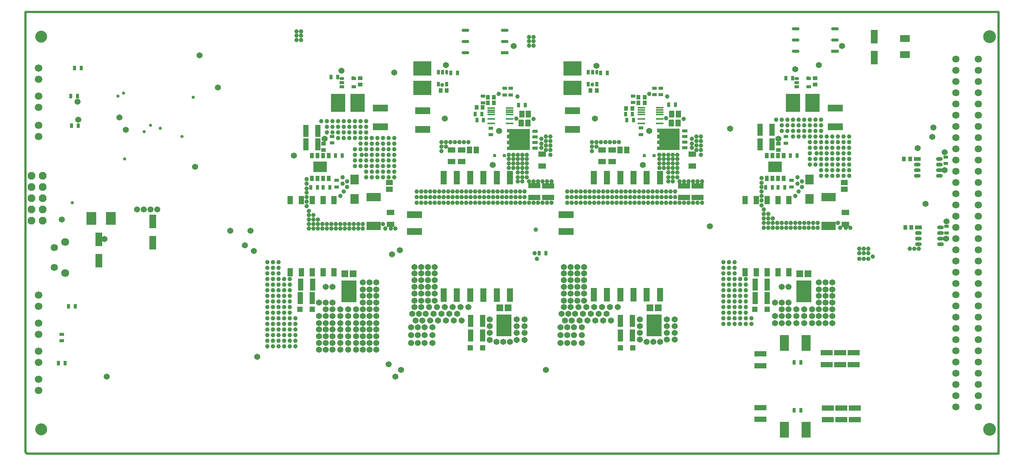
<source format=gts>
G04 Layer_Color=8388736*
%FSLAX42Y42*%
%MOMM*%
G71*
G01*
G75*
%ADD50C,0.50*%
%ADD86R,2.70X1.20*%
%ADD87O,1.75X0.75*%
%ADD88R,1.75X0.75*%
%ADD89R,1.80X1.20*%
%ADD90R,1.52X3.12*%
%ADD91O,1.50X0.90*%
%ADD92R,1.50X0.90*%
%ADD93R,1.00X0.80*%
%ADD94R,0.90X1.00*%
%ADD95R,0.80X1.00*%
%ADD96R,1.20X2.70*%
%ADD97R,3.10X2.36*%
%ADD98R,0.86X1.24*%
%ADD99R,1.90X2.20*%
%ADD100R,1.27X1.98*%
%ADD101R,1.30X1.30*%
%ADD102R,3.20X4.10*%
%ADD103R,1.49X1.50*%
%ADD104R,3.46X4.96*%
%ADD105R,3.30X1.90*%
%ADD106R,1.50X1.20*%
%ADD107R,3.40X1.65*%
%ADD108R,1.10X0.65*%
%ADD109O,1.10X0.65*%
%ADD110R,1.00X0.90*%
%ADD111R,3.40X1.50*%
%ADD112R,2.10X3.60*%
%ADD113R,2.28X1.62*%
%ADD114R,4.10X3.20*%
%ADD115R,0.65X1.10*%
%ADD116O,0.65X1.10*%
%ADD117R,1.20X1.50*%
%ADD118O,1.75X0.40*%
%ADD119R,1.37X3.15*%
%ADD120R,1.30X0.75*%
%ADD121R,0.70X0.70*%
%ADD122R,2.26X2.84*%
%ADD123C,1.63*%
%ADD124C,2.90*%
G04:AMPARAMS|DCode=125|XSize=1.68mm|YSize=1.68mm|CornerRadius=0mm|HoleSize=0mm|Usage=FLASHONLY|Rotation=90.000|XOffset=0mm|YOffset=0mm|HoleType=Round|Shape=Octagon|*
%AMOCTAGOND125*
4,1,8,0.42,0.84,-0.42,0.84,-0.84,0.42,-0.84,-0.42,-0.42,-0.84,0.42,-0.84,0.84,-0.42,0.84,0.42,0.42,0.84,0.0*
%
%ADD125OCTAGOND125*%

%ADD126C,1.70*%
%ADD127C,1.80*%
%ADD128C,2.70*%
%ADD129C,1.00*%
%ADD130C,1.37*%
%ADD131C,0.74*%
%ADD132C,0.86*%
G36*
X16989Y8357D02*
X16990Y8357D01*
X16991Y8357D01*
X16992Y8356D01*
X16992Y8355D01*
X16993Y8354D01*
X16993Y8353D01*
X16993Y8352D01*
Y7882D01*
X16993Y7881D01*
X16993Y7880D01*
X16992Y7880D01*
X16992Y7879D01*
X16991Y7878D01*
X16990Y7878D01*
X16989Y7877D01*
X16988Y7877D01*
X16488D01*
X16487Y7877D01*
X16486Y7878D01*
X16485Y7878D01*
X16485Y7879D01*
X16484Y7880D01*
X16483Y7880D01*
X16483Y7881D01*
X16483Y7882D01*
Y7952D01*
X16483Y7953D01*
X16483Y7954D01*
X16484Y7955D01*
X16485Y7956D01*
X16485Y7957D01*
X16486Y7957D01*
X16487Y7957D01*
X16488Y7958D01*
X16533D01*
Y8011D01*
X16488D01*
X16487Y8011D01*
X16486Y8011D01*
X16485Y8012D01*
X16485Y8012D01*
X16484Y8013D01*
X16483Y8014D01*
X16483Y8015D01*
X16483Y8016D01*
Y8086D01*
X16483Y8087D01*
X16483Y8088D01*
X16484Y8089D01*
X16485Y8090D01*
X16485Y8090D01*
X16486Y8091D01*
X16487Y8091D01*
X16488Y8091D01*
X16533D01*
Y8144D01*
X16488D01*
X16487Y8144D01*
X16486Y8144D01*
X16485Y8145D01*
X16485Y8145D01*
X16484Y8146D01*
X16483Y8147D01*
X16483Y8148D01*
X16483Y8149D01*
Y8219D01*
X16483Y8220D01*
X16483Y8221D01*
X16484Y8222D01*
X16485Y8223D01*
X16485Y8223D01*
X16486Y8224D01*
X16487Y8224D01*
X16488Y8224D01*
X16533D01*
Y8277D01*
X16488D01*
X16487Y8277D01*
X16486Y8278D01*
X16485Y8278D01*
X16485Y8279D01*
X16484Y8280D01*
X16483Y8280D01*
X16483Y8281D01*
X16483Y8282D01*
Y8352D01*
X16483Y8353D01*
X16483Y8354D01*
X16484Y8355D01*
X16485Y8356D01*
X16485Y8357D01*
X16486Y8357D01*
X16487Y8357D01*
X16488Y8358D01*
X16988D01*
X16989Y8357D01*
D02*
G37*
G36*
X13598Y8355D02*
X13599Y8354D01*
X13599Y8354D01*
X13600Y8353D01*
X13601Y8352D01*
X13601Y8352D01*
X13602Y8351D01*
X13602Y8350D01*
Y7880D01*
X13602Y7879D01*
X13601Y7878D01*
X13601Y7877D01*
X13600Y7876D01*
X13599Y7875D01*
X13599Y7875D01*
X13598Y7875D01*
X13597Y7874D01*
X13097D01*
X13096Y7875D01*
X13095Y7875D01*
X13094Y7875D01*
X13093Y7876D01*
X13092Y7877D01*
X13092Y7878D01*
X13092Y7879D01*
X13091Y7880D01*
Y7950D01*
X13092Y7951D01*
X13092Y7952D01*
X13092Y7952D01*
X13093Y7953D01*
X13094Y7954D01*
X13095Y7954D01*
X13096Y7955D01*
X13097Y7955D01*
X13141D01*
Y8008D01*
X13097D01*
X13096Y8008D01*
X13095Y8008D01*
X13094Y8009D01*
X13093Y8009D01*
X13092Y8010D01*
X13092Y8011D01*
X13092Y8012D01*
X13091Y8013D01*
Y8083D01*
X13092Y8084D01*
X13092Y8085D01*
X13092Y8086D01*
X13093Y8087D01*
X13094Y8087D01*
X13095Y8088D01*
X13096Y8088D01*
X13097Y8088D01*
X13141D01*
Y8141D01*
X13097D01*
X13096Y8141D01*
X13095Y8141D01*
X13094Y8142D01*
X13093Y8142D01*
X13092Y8143D01*
X13092Y8144D01*
X13092Y8145D01*
X13091Y8146D01*
Y8216D01*
X13092Y8217D01*
X13092Y8218D01*
X13092Y8219D01*
X13093Y8220D01*
X13094Y8220D01*
X13095Y8221D01*
X13096Y8221D01*
X13097Y8221D01*
X13141D01*
Y8274D01*
X13097D01*
X13096Y8275D01*
X13095Y8275D01*
X13094Y8275D01*
X13093Y8276D01*
X13092Y8277D01*
X13092Y8278D01*
X13092Y8279D01*
X13091Y8280D01*
Y8350D01*
X13092Y8351D01*
X13092Y8352D01*
X13092Y8352D01*
X13093Y8353D01*
X13094Y8354D01*
X13095Y8354D01*
X13096Y8355D01*
X13097Y8355D01*
X13597D01*
X13598Y8355D01*
D02*
G37*
D50*
X2202Y11000D02*
X24206Y11000D01*
X2200Y1041D02*
Y10998D01*
Y1035D02*
Y1041D01*
Y1035D02*
X2235Y1000D01*
X17297D01*
X24206Y1000D01*
X24206Y11000D01*
D86*
X14020Y7069D02*
D03*
Y6799D02*
D03*
X17399Y7069D02*
D03*
Y6799D02*
D03*
X18821Y3260D02*
D03*
Y2990D02*
D03*
X20320Y3285D02*
D03*
Y3015D02*
D03*
X20625Y3285D02*
D03*
Y3015D02*
D03*
X20930Y3285D02*
D03*
Y3015D02*
D03*
X18821Y2048D02*
D03*
Y1778D02*
D03*
X20345Y2040D02*
D03*
Y1770D02*
D03*
X20650Y2040D02*
D03*
Y1770D02*
D03*
X20955Y2040D02*
D03*
Y1770D02*
D03*
X13703Y7074D02*
D03*
Y6804D02*
D03*
X17094Y7069D02*
D03*
Y6799D02*
D03*
D87*
X19615Y10620D02*
D03*
Y10366D02*
D03*
Y10112D02*
D03*
X20505Y10620D02*
D03*
Y10366D02*
D03*
X12148Y10589D02*
D03*
Y10335D02*
D03*
Y10081D02*
D03*
X13038Y10589D02*
D03*
Y10335D02*
D03*
D88*
X20505Y10112D02*
D03*
X13038Y10081D02*
D03*
D89*
X15240Y7882D02*
D03*
Y7612D02*
D03*
X11836Y7882D02*
D03*
Y7612D02*
D03*
X10453Y6466D02*
D03*
Y6196D02*
D03*
X20740Y6466D02*
D03*
Y6196D02*
D03*
X12065Y7882D02*
D03*
Y7612D02*
D03*
X13885Y7781D02*
D03*
Y7511D02*
D03*
X17277Y7783D02*
D03*
Y7513D02*
D03*
X15469Y7882D02*
D03*
Y7612D02*
D03*
D90*
X5080Y5780D02*
D03*
Y6261D02*
D03*
X3861Y5373D02*
D03*
Y5855D02*
D03*
X21389Y9966D02*
D03*
Y10447D02*
D03*
D91*
X22864Y7294D02*
D03*
Y7421D02*
D03*
Y7548D02*
D03*
Y7675D02*
D03*
X22364Y7294D02*
D03*
Y7421D02*
D03*
Y7548D02*
D03*
X22891Y5747D02*
D03*
Y5874D02*
D03*
Y6001D02*
D03*
Y6128D02*
D03*
X22391Y5747D02*
D03*
Y5874D02*
D03*
Y6001D02*
D03*
D92*
X22364Y7675D02*
D03*
X22391Y6128D02*
D03*
D93*
X23012Y7720D02*
D03*
Y7570D02*
D03*
X23026Y6002D02*
D03*
Y6152D02*
D03*
X9131Y8035D02*
D03*
Y8185D02*
D03*
X9234Y7043D02*
D03*
Y7193D02*
D03*
X19395Y8033D02*
D03*
Y8183D02*
D03*
X19521Y7043D02*
D03*
Y7193D02*
D03*
X3023Y3707D02*
D03*
Y3557D02*
D03*
X13175Y9124D02*
D03*
Y9274D02*
D03*
X13035Y9274D02*
D03*
Y9124D02*
D03*
X12547Y8947D02*
D03*
Y9097D02*
D03*
X12725Y8223D02*
D03*
Y8373D02*
D03*
X16116Y8226D02*
D03*
Y8376D02*
D03*
X15938Y8950D02*
D03*
Y9100D02*
D03*
X16427Y9277D02*
D03*
Y9127D02*
D03*
X16566Y9127D02*
D03*
Y9277D02*
D03*
D94*
X22093Y6128D02*
D03*
X22233D02*
D03*
X22065Y7675D02*
D03*
X22205D02*
D03*
X11587Y9220D02*
D03*
X11727D02*
D03*
X12401Y8839D02*
D03*
X12541D02*
D03*
X12795Y8946D02*
D03*
X12655D02*
D03*
X12795Y9068D02*
D03*
X12655D02*
D03*
X16199D02*
D03*
X16059D02*
D03*
X16199Y8941D02*
D03*
X16059D02*
D03*
X15780Y8814D02*
D03*
X15920D02*
D03*
X14979Y9223D02*
D03*
X15119D02*
D03*
D95*
X3312Y9734D02*
D03*
X3462D02*
D03*
X13969Y5537D02*
D03*
X13819D02*
D03*
X9081Y7034D02*
D03*
X8931D02*
D03*
X9360Y7753D02*
D03*
X9210D02*
D03*
X9108Y9531D02*
D03*
X9258D02*
D03*
X8801Y7034D02*
D03*
X8651D02*
D03*
X19368D02*
D03*
X19218D02*
D03*
X19647Y7753D02*
D03*
X19497D02*
D03*
X19395Y9506D02*
D03*
X19545D02*
D03*
X19088Y7034D02*
D03*
X18938D02*
D03*
X19735Y3073D02*
D03*
X19585D02*
D03*
X19735Y1981D02*
D03*
X19585D02*
D03*
X2948Y3048D02*
D03*
X3098D02*
D03*
X3176Y4343D02*
D03*
X3326D02*
D03*
X3227Y9098D02*
D03*
X3377D02*
D03*
X3240Y8428D02*
D03*
X3390D02*
D03*
X11967Y9622D02*
D03*
X11817D02*
D03*
X13352Y8896D02*
D03*
X13502D02*
D03*
X12408Y8552D02*
D03*
X12558D02*
D03*
X12521Y8687D02*
D03*
X12371D02*
D03*
X15925D02*
D03*
X15775D02*
D03*
X15800Y8555D02*
D03*
X15950D02*
D03*
X16744Y8899D02*
D03*
X16894D02*
D03*
X15358Y9625D02*
D03*
X15208D02*
D03*
D96*
X8540Y8007D02*
D03*
X8810D02*
D03*
X8695Y4826D02*
D03*
X8425D02*
D03*
X8683Y4528D02*
D03*
X8413D02*
D03*
X18813Y8001D02*
D03*
X19083D02*
D03*
X18970Y4832D02*
D03*
X18700D02*
D03*
X18970Y4528D02*
D03*
X18700D02*
D03*
X12263Y3676D02*
D03*
X12533D02*
D03*
X12263Y4006D02*
D03*
X12533D02*
D03*
X15655Y4009D02*
D03*
X15925D02*
D03*
X15655Y3679D02*
D03*
X15925D02*
D03*
X19083Y8331D02*
D03*
X18813D02*
D03*
X8810Y8306D02*
D03*
X8540D02*
D03*
D97*
X8866Y7493D02*
D03*
X19153D02*
D03*
D98*
X8675Y7233D02*
D03*
X8802D02*
D03*
X8929D02*
D03*
X9056D02*
D03*
X8675Y7753D02*
D03*
X8802D02*
D03*
X8929D02*
D03*
X9056D02*
D03*
X18962Y7233D02*
D03*
X19089D02*
D03*
X19216D02*
D03*
X19343D02*
D03*
X18962Y7753D02*
D03*
X19089D02*
D03*
X19216D02*
D03*
X19343D02*
D03*
D99*
X9641Y6771D02*
D03*
Y7211D02*
D03*
X19928Y6771D02*
D03*
Y7211D02*
D03*
D100*
X9179Y5108D02*
D03*
X8931D02*
D03*
X8683D02*
D03*
X8435D02*
D03*
X8187D02*
D03*
X9179Y6744D02*
D03*
X8931D02*
D03*
X8683D02*
D03*
X8435D02*
D03*
X8187D02*
D03*
X19466Y5108D02*
D03*
X19218D02*
D03*
X18970D02*
D03*
X18722D02*
D03*
X18474D02*
D03*
X19466Y6744D02*
D03*
X19218D02*
D03*
X18970D02*
D03*
X18722D02*
D03*
X18474D02*
D03*
D101*
X8408Y4274D02*
D03*
X8688D02*
D03*
X18695D02*
D03*
X18975D02*
D03*
X12258Y3397D02*
D03*
X12538D02*
D03*
X15650Y3399D02*
D03*
X15930D02*
D03*
D102*
X9268Y8947D02*
D03*
X9708D02*
D03*
X19555D02*
D03*
X19995D02*
D03*
D103*
X9422Y5078D02*
D03*
X9606D02*
D03*
X19709D02*
D03*
X19893D02*
D03*
X12929Y4303D02*
D03*
X13113D02*
D03*
X16320Y4306D02*
D03*
X16504D02*
D03*
D104*
X9514Y4680D02*
D03*
X19801D02*
D03*
X13021Y3905D02*
D03*
X16412Y3908D02*
D03*
D105*
X10072Y6158D02*
D03*
Y6808D02*
D03*
X20359Y6158D02*
D03*
Y6808D02*
D03*
D106*
X10428Y7143D02*
D03*
Y6993D02*
D03*
X20715Y7143D02*
D03*
Y6993D02*
D03*
D107*
X10225Y8827D02*
D03*
Y8407D02*
D03*
X20512Y8827D02*
D03*
Y8407D02*
D03*
X11179Y8763D02*
D03*
Y8343D02*
D03*
X14571Y8766D02*
D03*
Y8346D02*
D03*
D108*
X9623Y9309D02*
D03*
Y9499D02*
D03*
X9353Y9309D02*
D03*
Y9404D02*
D03*
X19910Y9309D02*
D03*
Y9499D02*
D03*
X19640Y9309D02*
D03*
Y9404D02*
D03*
D109*
X9353Y9499D02*
D03*
X19640D02*
D03*
D110*
X8941Y7880D02*
D03*
Y8020D02*
D03*
X9768Y9360D02*
D03*
Y9500D02*
D03*
X19228Y7880D02*
D03*
Y8020D02*
D03*
X20055Y9360D02*
D03*
Y9500D02*
D03*
D111*
X10998Y6033D02*
D03*
Y6413D02*
D03*
X14427Y6033D02*
D03*
Y6413D02*
D03*
D112*
X19854Y3505D02*
D03*
X19364D02*
D03*
X19854Y1549D02*
D03*
X19364D02*
D03*
D113*
X22090Y10037D02*
D03*
Y10405D02*
D03*
D114*
X11175Y9720D02*
D03*
Y9280D02*
D03*
X14566Y9722D02*
D03*
Y9282D02*
D03*
D115*
X11537Y9365D02*
D03*
X11727D02*
D03*
X11537Y9635D02*
D03*
X11632D02*
D03*
X14928Y9367D02*
D03*
X15118D02*
D03*
X14928Y9637D02*
D03*
X15023D02*
D03*
D116*
X11727Y9635D02*
D03*
X15118Y9637D02*
D03*
D117*
X13561Y8484D02*
D03*
X13411D02*
D03*
X12394Y7874D02*
D03*
X12244D02*
D03*
X13574Y8692D02*
D03*
X13424D02*
D03*
X16966Y8695D02*
D03*
X16816D02*
D03*
X15798Y7874D02*
D03*
X15648D02*
D03*
X16953Y8486D02*
D03*
X16803D02*
D03*
D118*
X12733Y8829D02*
D03*
Y8779D02*
D03*
Y8729D02*
D03*
Y8679D02*
D03*
Y8579D02*
D03*
Y8479D02*
D03*
X13148Y8829D02*
D03*
Y8779D02*
D03*
Y8729D02*
D03*
Y8679D02*
D03*
Y8579D02*
D03*
Y8479D02*
D03*
X16125Y8832D02*
D03*
Y8782D02*
D03*
Y8732D02*
D03*
Y8682D02*
D03*
Y8582D02*
D03*
Y8482D02*
D03*
X16540Y8832D02*
D03*
Y8782D02*
D03*
Y8732D02*
D03*
Y8682D02*
D03*
Y8582D02*
D03*
Y8482D02*
D03*
D119*
X11657Y4597D02*
D03*
X11957D02*
D03*
X12257D02*
D03*
X12557D02*
D03*
X12857D02*
D03*
X13157D02*
D03*
X11657Y7249D02*
D03*
X11957D02*
D03*
X12257D02*
D03*
X12557D02*
D03*
X12857D02*
D03*
X13157D02*
D03*
X15049Y4600D02*
D03*
X15349D02*
D03*
X15649D02*
D03*
X15949D02*
D03*
X16249D02*
D03*
X16549D02*
D03*
X15049Y7252D02*
D03*
X15349D02*
D03*
X15649D02*
D03*
X15949D02*
D03*
X16249D02*
D03*
X16549D02*
D03*
D120*
X13722Y7924D02*
D03*
Y8051D02*
D03*
Y8178D02*
D03*
Y8305D02*
D03*
X13160Y8315D02*
D03*
Y8181D02*
D03*
Y8049D02*
D03*
Y7914D02*
D03*
X17113Y7927D02*
D03*
Y8054D02*
D03*
Y8181D02*
D03*
Y8308D02*
D03*
X16551Y8318D02*
D03*
Y8183D02*
D03*
Y8051D02*
D03*
Y7917D02*
D03*
D121*
X13025Y7748D02*
D03*
X12805D02*
D03*
X16417Y7750D02*
D03*
X16197D02*
D03*
D122*
X3691Y6325D02*
D03*
X4133D02*
D03*
D123*
X23749Y9937D02*
D03*
Y9683D02*
D03*
Y9429D02*
D03*
Y9175D02*
D03*
Y8921D02*
D03*
Y8667D02*
D03*
Y8413D02*
D03*
Y8159D02*
D03*
Y7905D02*
D03*
Y7651D02*
D03*
Y7397D02*
D03*
Y7143D02*
D03*
Y6889D02*
D03*
Y6635D02*
D03*
Y6381D02*
D03*
Y6127D02*
D03*
Y5873D02*
D03*
Y5619D02*
D03*
Y5365D02*
D03*
Y5111D02*
D03*
Y4857D02*
D03*
Y4603D02*
D03*
Y4349D02*
D03*
Y4095D02*
D03*
Y3841D02*
D03*
Y3587D02*
D03*
Y3333D02*
D03*
Y3079D02*
D03*
Y2825D02*
D03*
Y2571D02*
D03*
Y2317D02*
D03*
Y2063D02*
D03*
X23241Y9937D02*
D03*
Y9683D02*
D03*
Y9429D02*
D03*
Y9175D02*
D03*
Y8921D02*
D03*
Y8667D02*
D03*
Y8413D02*
D03*
Y8159D02*
D03*
Y7905D02*
D03*
Y7651D02*
D03*
Y7397D02*
D03*
Y7143D02*
D03*
Y6889D02*
D03*
Y6635D02*
D03*
Y6381D02*
D03*
Y6127D02*
D03*
Y5873D02*
D03*
Y5619D02*
D03*
Y5365D02*
D03*
Y5111D02*
D03*
Y4857D02*
D03*
Y4603D02*
D03*
Y4349D02*
D03*
Y4095D02*
D03*
Y3841D02*
D03*
Y3587D02*
D03*
Y3333D02*
D03*
Y3079D02*
D03*
Y2825D02*
D03*
Y2571D02*
D03*
Y2317D02*
D03*
Y2063D02*
D03*
X2847Y5219D02*
D03*
Y5669D02*
D03*
D124*
X24003Y10445D02*
D03*
Y1555D02*
D03*
D125*
X2337Y7290D02*
D03*
X2591D02*
D03*
Y7036D02*
D03*
X2337D02*
D03*
Y6782D02*
D03*
X2591D02*
D03*
X2337Y6528D02*
D03*
X2591D02*
D03*
X2337Y6274D02*
D03*
X2591D02*
D03*
D126*
X2492Y2692D02*
D03*
Y2438D02*
D03*
Y3327D02*
D03*
Y3073D02*
D03*
Y3962D02*
D03*
Y3708D02*
D03*
Y4597D02*
D03*
Y4343D02*
D03*
Y9093D02*
D03*
Y8839D02*
D03*
Y8433D02*
D03*
Y8179D02*
D03*
Y9474D02*
D03*
Y9728D02*
D03*
D127*
X3096Y5794D02*
D03*
Y5093D02*
D03*
D128*
X2557Y10444D02*
D03*
Y1555D02*
D03*
D129*
X17501Y7163D02*
D03*
X8331Y10566D02*
D03*
Y10465D02*
D03*
Y10363D02*
D03*
X8433D02*
D03*
Y10465D02*
D03*
Y10566D02*
D03*
X13691Y10236D02*
D03*
Y10338D02*
D03*
Y10439D02*
D03*
X13589Y10338D02*
D03*
Y10439D02*
D03*
Y10236D02*
D03*
X22200Y5639D02*
D03*
X22301D02*
D03*
X22403D02*
D03*
X20752Y6121D02*
D03*
X16891Y6807D02*
D03*
Y6934D02*
D03*
X16383Y6807D02*
D03*
X16485D02*
D03*
X16586D02*
D03*
X16688D02*
D03*
X16789D02*
D03*
X15773D02*
D03*
X15875D02*
D03*
X15977D02*
D03*
X16078D02*
D03*
X16180D02*
D03*
X16281D02*
D03*
X15164D02*
D03*
X15265D02*
D03*
X15367D02*
D03*
X15469D02*
D03*
X15570D02*
D03*
X15672D02*
D03*
X14961D02*
D03*
X15062D02*
D03*
X14859D02*
D03*
X14757D02*
D03*
X14656D02*
D03*
X14554D02*
D03*
X14453D02*
D03*
X16383Y6934D02*
D03*
X16485D02*
D03*
X16586D02*
D03*
X16688D02*
D03*
X16789D02*
D03*
X15773D02*
D03*
X15875D02*
D03*
X15977D02*
D03*
X16078D02*
D03*
X16180D02*
D03*
X16281D02*
D03*
X15164D02*
D03*
X15265D02*
D03*
X15367D02*
D03*
X15469D02*
D03*
X15570D02*
D03*
X15672D02*
D03*
X14961D02*
D03*
X15062D02*
D03*
X14859D02*
D03*
X14757D02*
D03*
X14656D02*
D03*
X14554D02*
D03*
X14453D02*
D03*
X11049D02*
D03*
X11151D02*
D03*
X11252D02*
D03*
X11354D02*
D03*
X11455D02*
D03*
X11659D02*
D03*
X11557D02*
D03*
X12268D02*
D03*
X12167D02*
D03*
X12065D02*
D03*
X11963D02*
D03*
X11862D02*
D03*
X11760D02*
D03*
X12878D02*
D03*
X12776D02*
D03*
X12675D02*
D03*
X12573D02*
D03*
X12471D02*
D03*
X12370D02*
D03*
X13487D02*
D03*
X13386D02*
D03*
X13284D02*
D03*
X13183D02*
D03*
X13081D02*
D03*
X12979D02*
D03*
X11049Y6807D02*
D03*
X11151D02*
D03*
X11252D02*
D03*
X11354D02*
D03*
X11455D02*
D03*
X11659D02*
D03*
X11557D02*
D03*
X12268D02*
D03*
X12167D02*
D03*
X12065D02*
D03*
X11963D02*
D03*
X11862D02*
D03*
X11760D02*
D03*
X12878D02*
D03*
X12776D02*
D03*
X12675D02*
D03*
X12573D02*
D03*
X12471D02*
D03*
X12370D02*
D03*
X13487D02*
D03*
X13386D02*
D03*
X13284D02*
D03*
X13183D02*
D03*
X13081D02*
D03*
X12979D02*
D03*
X13767Y5410D02*
D03*
X13716Y5537D02*
D03*
X13741Y6071D02*
D03*
X21361Y5461D02*
D03*
X21260Y5639D02*
D03*
Y5537D02*
D03*
Y5410D02*
D03*
X21158D02*
D03*
Y5537D02*
D03*
Y5639D02*
D03*
X21057Y5410D02*
D03*
Y5537D02*
D03*
Y5639D02*
D03*
X9322Y6833D02*
D03*
X9398Y6934D02*
D03*
X9474Y7036D02*
D03*
Y7163D02*
D03*
X9373Y7264D02*
D03*
Y7112D02*
D03*
X19660D02*
D03*
Y7264D02*
D03*
X19761Y7163D02*
D03*
Y7036D02*
D03*
X19685Y6934D02*
D03*
X19609Y6833D02*
D03*
X20853Y6121D02*
D03*
X20625D02*
D03*
X20117D02*
D03*
Y6223D02*
D03*
X20015D02*
D03*
Y6121D02*
D03*
X19914D02*
D03*
Y6223D02*
D03*
X19812Y6121D02*
D03*
Y6223D02*
D03*
X19710D02*
D03*
Y6121D02*
D03*
X19609D02*
D03*
Y6223D02*
D03*
X19507D02*
D03*
Y6121D02*
D03*
X19406D02*
D03*
Y6223D02*
D03*
X19304D02*
D03*
Y6121D02*
D03*
X19202D02*
D03*
Y6223D02*
D03*
X19101Y6121D02*
D03*
Y6223D02*
D03*
X18999D02*
D03*
Y6121D02*
D03*
X18898D02*
D03*
Y6223D02*
D03*
X19101Y6325D02*
D03*
X18999Y6426D02*
D03*
Y6325D02*
D03*
X18898D02*
D03*
Y6426D02*
D03*
Y6528D02*
D03*
X18847Y6629D02*
D03*
Y6731D02*
D03*
Y6833D02*
D03*
Y6934D02*
D03*
Y7036D02*
D03*
Y7137D02*
D03*
Y7239D02*
D03*
X20574Y6223D02*
D03*
X20193Y8560D02*
D03*
X20066D02*
D03*
X19939D02*
D03*
X20193Y8433D02*
D03*
X20066D02*
D03*
X19939D02*
D03*
Y8306D02*
D03*
X20066D02*
D03*
X20193D02*
D03*
X19939Y8179D02*
D03*
X20066D02*
D03*
X20193D02*
D03*
X20320D02*
D03*
X20447D02*
D03*
X20574D02*
D03*
X20701D02*
D03*
X20828D02*
D03*
X19939Y8052D02*
D03*
X20066D02*
D03*
X20193D02*
D03*
X20320D02*
D03*
X20447D02*
D03*
X20574D02*
D03*
X20701D02*
D03*
X20828D02*
D03*
Y7925D02*
D03*
X19939D02*
D03*
Y7798D02*
D03*
Y7671D02*
D03*
Y7544D02*
D03*
X20066Y7925D02*
D03*
X20193D02*
D03*
X20320D02*
D03*
X20447D02*
D03*
X20577D02*
D03*
X20701D02*
D03*
X20828Y7798D02*
D03*
X20701D02*
D03*
X20574D02*
D03*
X20447D02*
D03*
X20320D02*
D03*
X20193D02*
D03*
X20091D02*
D03*
X20066Y7671D02*
D03*
Y7544D02*
D03*
X20193D02*
D03*
X20320D02*
D03*
X20447D02*
D03*
X20574D02*
D03*
X20701D02*
D03*
X20828D02*
D03*
Y7671D02*
D03*
X20701D02*
D03*
X20574D02*
D03*
X20447D02*
D03*
X20320D02*
D03*
X20193D02*
D03*
X19685Y8560D02*
D03*
X20828Y7417D02*
D03*
X20701D02*
D03*
X20574D02*
D03*
X20447D02*
D03*
X20320D02*
D03*
X20193D02*
D03*
Y7290D02*
D03*
X20320D02*
D03*
X20447D02*
D03*
X20574D02*
D03*
X20701D02*
D03*
X20828D02*
D03*
X19812Y8306D02*
D03*
Y8179D02*
D03*
Y8433D02*
D03*
Y8560D02*
D03*
X17983Y5334D02*
D03*
Y5207D02*
D03*
Y5080D02*
D03*
Y4953D02*
D03*
Y4826D02*
D03*
Y4699D02*
D03*
Y4572D02*
D03*
Y4445D02*
D03*
Y4318D02*
D03*
X18110D02*
D03*
Y4445D02*
D03*
Y4572D02*
D03*
Y4699D02*
D03*
Y4826D02*
D03*
Y4953D02*
D03*
Y5080D02*
D03*
Y5207D02*
D03*
Y5334D02*
D03*
X18237Y4318D02*
D03*
Y4445D02*
D03*
Y4572D02*
D03*
Y4699D02*
D03*
Y4826D02*
D03*
Y4953D02*
D03*
Y5080D02*
D03*
Y5207D02*
D03*
Y5334D02*
D03*
X17983Y3937D02*
D03*
Y4064D02*
D03*
Y4191D02*
D03*
X18110D02*
D03*
Y4064D02*
D03*
Y3937D02*
D03*
X18237Y4191D02*
D03*
Y4064D02*
D03*
Y3937D02*
D03*
X18364Y4953D02*
D03*
Y4826D02*
D03*
Y4699D02*
D03*
Y4572D02*
D03*
Y4445D02*
D03*
Y4318D02*
D03*
Y4191D02*
D03*
X18491Y4953D02*
D03*
Y4826D02*
D03*
Y4699D02*
D03*
Y4572D02*
D03*
Y4445D02*
D03*
Y4318D02*
D03*
Y4191D02*
D03*
X18618Y3937D02*
D03*
Y4064D02*
D03*
X18491Y3937D02*
D03*
Y4064D02*
D03*
X18364D02*
D03*
Y3937D02*
D03*
X8052Y3429D02*
D03*
Y3556D02*
D03*
Y3683D02*
D03*
Y3810D02*
D03*
Y3937D02*
D03*
Y4064D02*
D03*
X8179D02*
D03*
Y3937D02*
D03*
Y3810D02*
D03*
Y3683D02*
D03*
Y3556D02*
D03*
Y3429D02*
D03*
X8306Y4064D02*
D03*
Y3937D02*
D03*
Y3810D02*
D03*
Y3683D02*
D03*
Y3556D02*
D03*
Y3429D02*
D03*
X8179Y4191D02*
D03*
Y4318D02*
D03*
Y4445D02*
D03*
Y4572D02*
D03*
Y4699D02*
D03*
Y4826D02*
D03*
Y4953D02*
D03*
X8052Y4191D02*
D03*
Y4318D02*
D03*
Y4445D02*
D03*
Y4572D02*
D03*
Y4699D02*
D03*
Y4826D02*
D03*
Y4953D02*
D03*
X7925Y3429D02*
D03*
Y3556D02*
D03*
Y3683D02*
D03*
Y3810D02*
D03*
Y3937D02*
D03*
Y4064D02*
D03*
Y4191D02*
D03*
X7798Y3429D02*
D03*
Y3556D02*
D03*
Y3683D02*
D03*
Y3810D02*
D03*
Y3937D02*
D03*
Y4064D02*
D03*
Y4191D02*
D03*
X7671D02*
D03*
Y4064D02*
D03*
Y3937D02*
D03*
Y3810D02*
D03*
Y3683D02*
D03*
Y3556D02*
D03*
Y3429D02*
D03*
X7925Y5334D02*
D03*
Y5207D02*
D03*
Y5080D02*
D03*
Y4953D02*
D03*
Y4826D02*
D03*
Y4699D02*
D03*
Y4572D02*
D03*
Y4445D02*
D03*
Y4318D02*
D03*
X7798Y5334D02*
D03*
Y5207D02*
D03*
Y5080D02*
D03*
Y4953D02*
D03*
Y4826D02*
D03*
Y4699D02*
D03*
Y4572D02*
D03*
Y4445D02*
D03*
Y4318D02*
D03*
X7671D02*
D03*
Y4445D02*
D03*
Y4572D02*
D03*
Y4699D02*
D03*
Y4826D02*
D03*
Y4953D02*
D03*
Y5080D02*
D03*
Y5207D02*
D03*
Y5334D02*
D03*
X9525Y8534D02*
D03*
Y8280D02*
D03*
Y8153D02*
D03*
Y8407D02*
D03*
X10541Y7264D02*
D03*
X10414D02*
D03*
X10287D02*
D03*
X10160D02*
D03*
X10033D02*
D03*
X9906D02*
D03*
Y7391D02*
D03*
X10033D02*
D03*
X10160D02*
D03*
X10287D02*
D03*
X10414D02*
D03*
X10541D02*
D03*
X16307Y9144D02*
D03*
X9398Y8534D02*
D03*
X9906Y7645D02*
D03*
X10033D02*
D03*
X10160D02*
D03*
X10287D02*
D03*
X10414D02*
D03*
X10541D02*
D03*
Y7518D02*
D03*
X10414D02*
D03*
X10287D02*
D03*
X10160D02*
D03*
X10033D02*
D03*
X9906D02*
D03*
X9779D02*
D03*
Y7645D02*
D03*
X9804Y7772D02*
D03*
X9906D02*
D03*
X10033D02*
D03*
X10160D02*
D03*
X10287D02*
D03*
X10414D02*
D03*
X10541D02*
D03*
X10414Y7899D02*
D03*
X10290Y7897D02*
D03*
X10160Y7899D02*
D03*
X10033D02*
D03*
X9906D02*
D03*
X9779D02*
D03*
X9652Y7518D02*
D03*
Y7645D02*
D03*
Y7772D02*
D03*
Y7899D02*
D03*
X10541D02*
D03*
Y8026D02*
D03*
X10414D02*
D03*
X10287D02*
D03*
X10160D02*
D03*
X10033D02*
D03*
X9906D02*
D03*
X9779D02*
D03*
X10541Y8153D02*
D03*
X10414D02*
D03*
X10287D02*
D03*
X10160D02*
D03*
X10033D02*
D03*
X9906D02*
D03*
X9779D02*
D03*
X9652D02*
D03*
X9906Y8280D02*
D03*
X9779D02*
D03*
X9652D02*
D03*
Y8407D02*
D03*
X9779D02*
D03*
X9906D02*
D03*
X9652Y8534D02*
D03*
X9779D02*
D03*
X9906D02*
D03*
X10465Y6096D02*
D03*
X10287Y6198D02*
D03*
X8560Y7214D02*
D03*
Y7112D02*
D03*
Y7010D02*
D03*
Y6909D02*
D03*
Y6807D02*
D03*
Y6706D02*
D03*
Y6604D02*
D03*
X8611Y6502D02*
D03*
Y6401D02*
D03*
Y6299D02*
D03*
X8712D02*
D03*
Y6401D02*
D03*
X8814Y6299D02*
D03*
X8611Y6198D02*
D03*
Y6096D02*
D03*
X8712D02*
D03*
Y6198D02*
D03*
X8814D02*
D03*
Y6096D02*
D03*
X8915Y6198D02*
D03*
Y6096D02*
D03*
X9017D02*
D03*
Y6198D02*
D03*
X9119D02*
D03*
Y6096D02*
D03*
X9220D02*
D03*
Y6198D02*
D03*
X9322D02*
D03*
Y6096D02*
D03*
X9423D02*
D03*
Y6198D02*
D03*
X9525D02*
D03*
Y6096D02*
D03*
X9627Y6198D02*
D03*
Y6096D02*
D03*
X9728D02*
D03*
Y6198D02*
D03*
X9830D02*
D03*
Y6096D02*
D03*
X10338D02*
D03*
X10566D02*
D03*
X16991Y7163D02*
D03*
X17094D02*
D03*
X16840D02*
D03*
X16739D02*
D03*
X16942Y7264D02*
D03*
X16739D02*
D03*
X16840D02*
D03*
X16942Y7366D02*
D03*
X16840D02*
D03*
X16739D02*
D03*
Y7569D02*
D03*
X16840D02*
D03*
X16942D02*
D03*
X16637D02*
D03*
X16535D02*
D03*
Y7474D02*
D03*
X16840D02*
D03*
X16637D02*
D03*
X16739D02*
D03*
X16942D02*
D03*
Y7671D02*
D03*
X17272Y8128D02*
D03*
X17374Y7874D02*
D03*
X17475Y7772D02*
D03*
Y7874D02*
D03*
Y7976D02*
D03*
X17374D02*
D03*
X17272Y7925D02*
D03*
X17475Y8077D02*
D03*
X17374D02*
D03*
X17272Y8026D02*
D03*
X17475Y8179D02*
D03*
X17374D02*
D03*
X17196Y7163D02*
D03*
X17297D02*
D03*
X17399D02*
D03*
X16739Y7671D02*
D03*
X16637D02*
D03*
X16840D02*
D03*
X16535D02*
D03*
Y7772D02*
D03*
X16637D02*
D03*
X16942D02*
D03*
X16840D02*
D03*
X16739D02*
D03*
X14453Y6680D02*
D03*
X14554D02*
D03*
X14656D02*
D03*
X14757D02*
D03*
X14859D02*
D03*
X15062D02*
D03*
X14961D02*
D03*
X15672D02*
D03*
X15570D02*
D03*
X15469D02*
D03*
X15367D02*
D03*
X15265D02*
D03*
X15164D02*
D03*
X16281D02*
D03*
X16180D02*
D03*
X16078D02*
D03*
X15977D02*
D03*
X15875D02*
D03*
X15773D02*
D03*
X16891D02*
D03*
X16789D02*
D03*
X16688D02*
D03*
X16586D02*
D03*
X16485D02*
D03*
X16383D02*
D03*
X16993D02*
D03*
X17094D02*
D03*
X17196D02*
D03*
X17297D02*
D03*
X17399D02*
D03*
X17501D02*
D03*
X16713Y9090D02*
D03*
X16687Y8595D02*
D03*
X17082Y8581D02*
D03*
X12903Y9144D02*
D03*
X13690Y8578D02*
D03*
X13296Y8592D02*
D03*
X13321Y9088D02*
D03*
X13335Y7772D02*
D03*
X13437D02*
D03*
X13538D02*
D03*
X13233D02*
D03*
X13132D02*
D03*
Y7671D02*
D03*
X13437D02*
D03*
X13233D02*
D03*
X13335D02*
D03*
X14097Y7163D02*
D03*
X13995D02*
D03*
X13894D02*
D03*
X13792D02*
D03*
X13970Y8179D02*
D03*
X14072D02*
D03*
X13868Y8026D02*
D03*
X13970Y8077D02*
D03*
X14072D02*
D03*
X13868Y7925D02*
D03*
X13970Y7976D02*
D03*
X14072D02*
D03*
Y7874D02*
D03*
Y7772D02*
D03*
X13970Y7874D02*
D03*
X13868Y8128D02*
D03*
X13538Y7671D02*
D03*
Y7474D02*
D03*
X13335D02*
D03*
X13233D02*
D03*
X13437D02*
D03*
X13132D02*
D03*
Y7569D02*
D03*
X13233D02*
D03*
X13538D02*
D03*
X13437D02*
D03*
X13335D02*
D03*
Y7366D02*
D03*
X13437D02*
D03*
X13538D02*
D03*
X13437Y7264D02*
D03*
X13335D02*
D03*
X13538D02*
D03*
X13335Y7163D02*
D03*
X13437D02*
D03*
X13691D02*
D03*
X13587D02*
D03*
X14097Y6680D02*
D03*
X13995D02*
D03*
X13894D02*
D03*
X13792D02*
D03*
X13691D02*
D03*
X13589D02*
D03*
X11608Y8052D02*
D03*
X11709D02*
D03*
X11608Y7849D02*
D03*
Y7950D02*
D03*
X11811Y8052D02*
D03*
X11913D02*
D03*
X12014D02*
D03*
X12116D02*
D03*
X12217D02*
D03*
X11709Y7950D02*
D03*
X12979Y6680D02*
D03*
X13081D02*
D03*
X13183D02*
D03*
X13284D02*
D03*
X13386D02*
D03*
X13487D02*
D03*
X12370D02*
D03*
X12471D02*
D03*
X12573D02*
D03*
X12675D02*
D03*
X12776D02*
D03*
X12878D02*
D03*
X11760D02*
D03*
X11862D02*
D03*
X11963D02*
D03*
X12065D02*
D03*
X12167D02*
D03*
X12268D02*
D03*
X11557D02*
D03*
X11659D02*
D03*
X11455D02*
D03*
X11354D02*
D03*
X11252D02*
D03*
X11151D02*
D03*
X11049D02*
D03*
X15621Y8052D02*
D03*
X15519D02*
D03*
X15418D02*
D03*
X15316D02*
D03*
X15215D02*
D03*
X15113D02*
D03*
X15011D02*
D03*
Y7950D02*
D03*
Y7849D02*
D03*
X15113Y7950D02*
D03*
X19685Y8433D02*
D03*
Y8306D02*
D03*
Y8179D02*
D03*
X19558D02*
D03*
Y8306D02*
D03*
Y8433D02*
D03*
Y8560D02*
D03*
X19431D02*
D03*
Y8433D02*
D03*
Y8306D02*
D03*
X19304D02*
D03*
Y8433D02*
D03*
Y8560D02*
D03*
X19177D02*
D03*
X9271Y8534D02*
D03*
X9144D02*
D03*
X9017D02*
D03*
X8890D02*
D03*
X9398Y8407D02*
D03*
X9271D02*
D03*
X9144D02*
D03*
X9017D02*
D03*
X9398Y8280D02*
D03*
Y8153D02*
D03*
X9271Y8280D02*
D03*
X9144D02*
D03*
X9017D02*
D03*
X9271Y8153D02*
D03*
D130*
X20668Y10234D02*
D03*
X6134Y10018D02*
D03*
X13238Y10234D02*
D03*
X3377Y8968D02*
D03*
X3390Y8561D02*
D03*
X5029Y6528D02*
D03*
X5182D02*
D03*
X22734Y8383D02*
D03*
X22379Y7924D02*
D03*
X22709Y8178D02*
D03*
X22555Y6655D02*
D03*
X22987Y7823D02*
D03*
Y7417D02*
D03*
X23026Y6262D02*
D03*
X23019Y5874D02*
D03*
X20447Y4267D02*
D03*
X20295D02*
D03*
X20142D02*
D03*
Y4420D02*
D03*
Y4572D02*
D03*
X20295Y4420D02*
D03*
Y4572D02*
D03*
X20447D02*
D03*
Y4420D02*
D03*
X19812Y4267D02*
D03*
X19634D02*
D03*
X19456D02*
D03*
Y4420D02*
D03*
X19304D02*
D03*
X19152D02*
D03*
X19304Y4267D02*
D03*
X19456Y4775D02*
D03*
X19304D02*
D03*
X20447Y4877D02*
D03*
X20295D02*
D03*
X20142D02*
D03*
Y4724D02*
D03*
X20295D02*
D03*
X20447D02*
D03*
Y3962D02*
D03*
Y4115D02*
D03*
X20295D02*
D03*
Y3962D02*
D03*
X20142Y4115D02*
D03*
Y3962D02*
D03*
X19990D02*
D03*
X19634Y4115D02*
D03*
X19456Y3962D02*
D03*
Y4115D02*
D03*
X19304D02*
D03*
Y3962D02*
D03*
X19152Y4115D02*
D03*
Y3962D02*
D03*
X19990Y4115D02*
D03*
Y4267D02*
D03*
X19634Y3962D02*
D03*
X19812D02*
D03*
Y4115D02*
D03*
X10135Y3505D02*
D03*
Y3658D02*
D03*
X9982D02*
D03*
Y3505D02*
D03*
X9830Y3658D02*
D03*
Y3505D02*
D03*
Y3353D02*
D03*
X9982D02*
D03*
X10135D02*
D03*
X9677Y3505D02*
D03*
X9322Y3658D02*
D03*
X9500Y3353D02*
D03*
X9677D02*
D03*
X9144Y3505D02*
D03*
Y3658D02*
D03*
X8992D02*
D03*
Y3505D02*
D03*
X8839Y3658D02*
D03*
Y3505D02*
D03*
Y3353D02*
D03*
X8992D02*
D03*
X9144D02*
D03*
X9677Y3658D02*
D03*
X9322Y3505D02*
D03*
Y3353D02*
D03*
X9500Y3505D02*
D03*
Y3658D02*
D03*
Y4115D02*
D03*
Y3962D02*
D03*
X9322Y3810D02*
D03*
Y3962D02*
D03*
X9677Y4267D02*
D03*
Y4115D02*
D03*
X9144Y3810D02*
D03*
X8992D02*
D03*
X8839D02*
D03*
Y3962D02*
D03*
Y4115D02*
D03*
X8992Y3962D02*
D03*
Y4115D02*
D03*
X9144D02*
D03*
Y3962D02*
D03*
X9677Y3810D02*
D03*
X9500D02*
D03*
X9322Y4115D02*
D03*
X9677Y3962D02*
D03*
X10135Y3810D02*
D03*
X9982D02*
D03*
X9830D02*
D03*
Y3962D02*
D03*
Y4115D02*
D03*
X9982Y3962D02*
D03*
Y4115D02*
D03*
X10135D02*
D03*
Y3962D02*
D03*
Y4724D02*
D03*
X9982D02*
D03*
X9830D02*
D03*
Y4877D02*
D03*
X9982D02*
D03*
X10135D02*
D03*
X10668Y5613D02*
D03*
X10490Y5512D02*
D03*
X15596Y4318D02*
D03*
X15418D02*
D03*
X15240D02*
D03*
X15062D02*
D03*
X14884D02*
D03*
X14707D02*
D03*
X14529D02*
D03*
X14630Y4166D02*
D03*
X14808D02*
D03*
X14986D02*
D03*
X15164D02*
D03*
X15342D02*
D03*
X14554Y4013D02*
D03*
X14732D02*
D03*
X14910D02*
D03*
X15088D02*
D03*
X15265D02*
D03*
X15443D02*
D03*
X14783Y3861D02*
D03*
X14605D02*
D03*
X14783Y3683D02*
D03*
X14605D02*
D03*
X14783Y3505D02*
D03*
X14605D02*
D03*
X14529Y4470D02*
D03*
Y4623D02*
D03*
Y4775D02*
D03*
Y4928D02*
D03*
Y5080D02*
D03*
Y5232D02*
D03*
X14376Y4318D02*
D03*
Y4470D02*
D03*
Y4623D02*
D03*
Y4775D02*
D03*
Y4928D02*
D03*
Y5080D02*
D03*
Y5232D02*
D03*
X14478Y4166D02*
D03*
X14326D02*
D03*
X14402Y4013D02*
D03*
X14453Y3861D02*
D03*
Y3683D02*
D03*
Y3505D02*
D03*
X14300D02*
D03*
Y3683D02*
D03*
Y3861D02*
D03*
X14681Y5232D02*
D03*
X14834D02*
D03*
X14681Y5080D02*
D03*
X14834D02*
D03*
Y4928D02*
D03*
X14681D02*
D03*
Y4775D02*
D03*
X14834D02*
D03*
Y4623D02*
D03*
X14681D02*
D03*
Y4470D02*
D03*
X14834D02*
D03*
X3988Y5867D02*
D03*
X17678Y6147D02*
D03*
X11455Y4470D02*
D03*
X11303D02*
D03*
Y4623D02*
D03*
X11455D02*
D03*
Y4775D02*
D03*
X11303D02*
D03*
Y4928D02*
D03*
X11455D02*
D03*
Y5080D02*
D03*
X11303D02*
D03*
X11455Y5232D02*
D03*
X11303D02*
D03*
X10922Y3861D02*
D03*
Y3683D02*
D03*
Y3505D02*
D03*
X11074D02*
D03*
Y3683D02*
D03*
Y3861D02*
D03*
X11024Y4013D02*
D03*
X10947Y4166D02*
D03*
X11100D02*
D03*
X10998Y5232D02*
D03*
Y5080D02*
D03*
Y4928D02*
D03*
Y4775D02*
D03*
Y4623D02*
D03*
Y4470D02*
D03*
Y4318D02*
D03*
X11151Y5232D02*
D03*
Y5080D02*
D03*
Y4928D02*
D03*
Y4775D02*
D03*
Y4623D02*
D03*
Y4470D02*
D03*
X4470Y8331D02*
D03*
X4039Y2743D02*
D03*
X10566D02*
D03*
X16549Y3533D02*
D03*
X13970Y2896D02*
D03*
X10693D02*
D03*
X7442Y3200D02*
D03*
X10414Y3023D02*
D03*
X12852Y3531D02*
D03*
X4724Y6528D02*
D03*
X8992Y4775D02*
D03*
X9144D02*
D03*
X8992Y4267D02*
D03*
X8839Y4420D02*
D03*
X8992D02*
D03*
X9144D02*
D03*
Y4267D02*
D03*
X9322D02*
D03*
X9500D02*
D03*
X10135Y4420D02*
D03*
Y4572D02*
D03*
X9982D02*
D03*
Y4420D02*
D03*
X9830Y4572D02*
D03*
Y4420D02*
D03*
Y4267D02*
D03*
X9982D02*
D03*
X10135D02*
D03*
X18136Y8357D02*
D03*
X11709Y9804D02*
D03*
X15113Y9779D02*
D03*
X10541Y9634D02*
D03*
X15076Y8588D02*
D03*
X16304Y8314D02*
D03*
X16157Y7541D02*
D03*
X16092Y4041D02*
D03*
Y3889D02*
D03*
Y3737D02*
D03*
Y3584D02*
D03*
X16244Y3533D02*
D03*
X16396D02*
D03*
X16701Y4041D02*
D03*
X16879D02*
D03*
X16701Y3889D02*
D03*
X16879D02*
D03*
Y3737D02*
D03*
X16701D02*
D03*
X16879Y3584D02*
D03*
X16701D02*
D03*
X11227Y3505D02*
D03*
X11405D02*
D03*
X11227Y3683D02*
D03*
X11405D02*
D03*
X11227Y3861D02*
D03*
X11405D02*
D03*
X13310Y3581D02*
D03*
X13487D02*
D03*
X13157Y3531D02*
D03*
X13310Y3734D02*
D03*
X13487D02*
D03*
Y3886D02*
D03*
X13310D02*
D03*
X13487Y4039D02*
D03*
X13310D02*
D03*
X13005Y3531D02*
D03*
X12700Y3581D02*
D03*
Y3734D02*
D03*
Y3886D02*
D03*
Y4039D02*
D03*
X12065Y4013D02*
D03*
X11887D02*
D03*
X11709D02*
D03*
X11532D02*
D03*
X11354D02*
D03*
X11176D02*
D03*
X11963Y4166D02*
D03*
X11786D02*
D03*
X11608D02*
D03*
X11430D02*
D03*
X11252D02*
D03*
X11151Y4318D02*
D03*
X11328D02*
D03*
X11506D02*
D03*
X11684D02*
D03*
X11862D02*
D03*
X12040D02*
D03*
X12217D02*
D03*
X12765Y7539D02*
D03*
X12912Y8311D02*
D03*
X11684Y8585D02*
D03*
X20142Y9804D02*
D03*
X6034Y7493D02*
D03*
X3023Y6299D02*
D03*
X4324Y8617D02*
D03*
X6553Y9296D02*
D03*
X8269Y7753D02*
D03*
X9347Y9677D02*
D03*
X19609Y9703D02*
D03*
X4877Y6528D02*
D03*
X7163Y5715D02*
D03*
X7366Y5588D02*
D03*
X6833Y6045D02*
D03*
X7290D02*
D03*
X19228Y8128D02*
D03*
X8966Y8128D02*
D03*
D131*
X4445Y7671D02*
D03*
X4887Y8291D02*
D03*
X5740Y8179D02*
D03*
X4419Y9166D02*
D03*
X4293Y9093D02*
D03*
X5994Y9068D02*
D03*
X3258Y6682D02*
D03*
X5251Y8369D02*
D03*
X5029Y8433D02*
D03*
D132*
X15016Y9358D02*
D03*
X11625Y9355D02*
D03*
X19898Y9507D02*
D03*
X9611D02*
D03*
M02*

</source>
